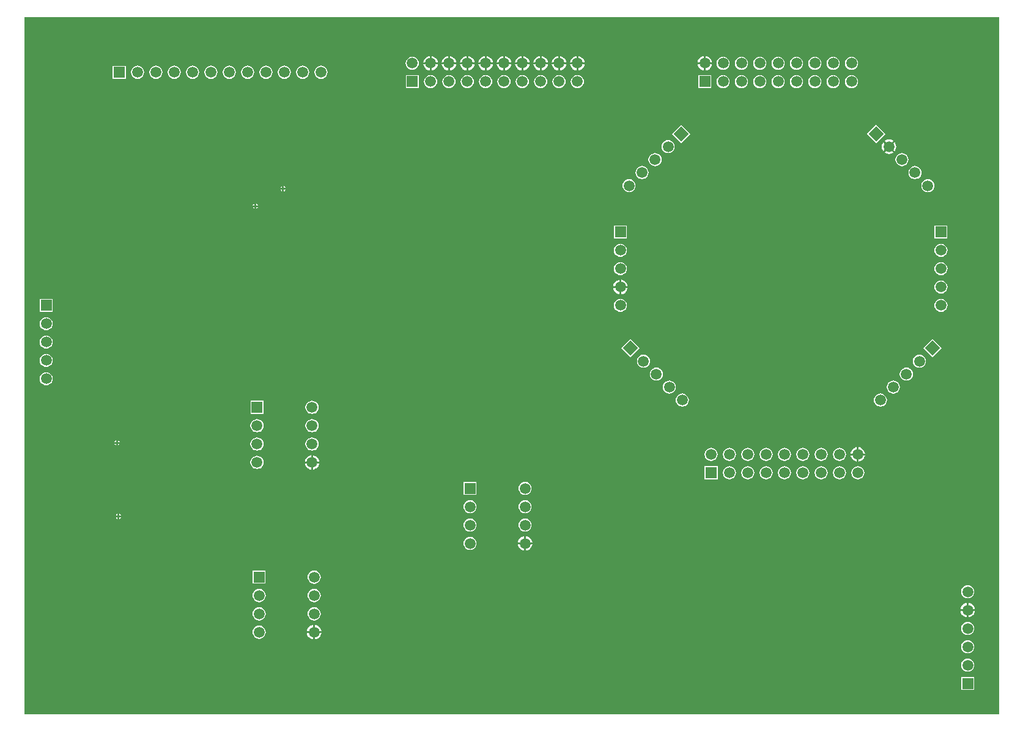
<source format=gbl>
G04*
G04 #@! TF.GenerationSoftware,Altium Limited,Altium Designer,18.0.12 (696)*
G04*
G04 Layer_Physical_Order=4*
G04 Layer_Color=16711680*
%FSLAX23Y23*%
%MOIN*%
G70*
G01*
G75*
%ADD42C,0.059*%
%ADD43R,0.059X0.059*%
%ADD44R,0.059X0.059*%
%ADD45P,0.084X4X360.0*%
%ADD46P,0.084X4X270.0*%
%ADD47C,0.010*%
G36*
X5324Y11D02*
X11D01*
Y3812D01*
X5324D01*
Y11D01*
D02*
G37*
%LPC*%
G36*
X3725Y3600D02*
Y3566D01*
X3759D01*
X3758Y3571D01*
X3754Y3581D01*
X3748Y3589D01*
X3740Y3595D01*
X3730Y3599D01*
X3725Y3600D01*
D02*
G37*
G36*
X3715D02*
X3709Y3599D01*
X3700Y3595D01*
X3691Y3589D01*
X3685Y3581D01*
X3681Y3571D01*
X3680Y3566D01*
X3715D01*
Y3600D01*
D02*
G37*
G36*
X3030D02*
Y3566D01*
X3064D01*
X3064Y3571D01*
X3060Y3581D01*
X3053Y3589D01*
X3045Y3595D01*
X3036Y3599D01*
X3030Y3600D01*
D02*
G37*
G36*
X3020D02*
X3015Y3599D01*
X3005Y3595D01*
X2997Y3589D01*
X2991Y3581D01*
X2987Y3571D01*
X2986Y3566D01*
X3020D01*
Y3600D01*
D02*
G37*
G36*
X2930D02*
Y3566D01*
X2964D01*
X2964Y3571D01*
X2960Y3581D01*
X2953Y3589D01*
X2945Y3595D01*
X2936Y3599D01*
X2930Y3600D01*
D02*
G37*
G36*
X2920D02*
X2915Y3599D01*
X2905Y3595D01*
X2897Y3589D01*
X2891Y3581D01*
X2887Y3571D01*
X2886Y3566D01*
X2920D01*
Y3600D01*
D02*
G37*
G36*
X2830D02*
Y3566D01*
X2864D01*
X2864Y3571D01*
X2860Y3581D01*
X2853Y3589D01*
X2845Y3595D01*
X2836Y3599D01*
X2830Y3600D01*
D02*
G37*
G36*
X2820D02*
X2815Y3599D01*
X2805Y3595D01*
X2797Y3589D01*
X2791Y3581D01*
X2787Y3571D01*
X2786Y3566D01*
X2820D01*
Y3600D01*
D02*
G37*
G36*
X2730D02*
Y3566D01*
X2764D01*
X2764Y3571D01*
X2760Y3581D01*
X2753Y3589D01*
X2745Y3595D01*
X2736Y3599D01*
X2730Y3600D01*
D02*
G37*
G36*
X2720D02*
X2715Y3599D01*
X2705Y3595D01*
X2697Y3589D01*
X2691Y3581D01*
X2687Y3571D01*
X2686Y3566D01*
X2720D01*
Y3600D01*
D02*
G37*
G36*
X2630D02*
Y3566D01*
X2664D01*
X2664Y3571D01*
X2660Y3581D01*
X2653Y3589D01*
X2645Y3595D01*
X2636Y3599D01*
X2630Y3600D01*
D02*
G37*
G36*
X2620D02*
X2615Y3599D01*
X2605Y3595D01*
X2597Y3589D01*
X2591Y3581D01*
X2587Y3571D01*
X2586Y3566D01*
X2620D01*
Y3600D01*
D02*
G37*
G36*
X2530D02*
Y3566D01*
X2564D01*
X2564Y3571D01*
X2560Y3581D01*
X2553Y3589D01*
X2545Y3595D01*
X2536Y3599D01*
X2530Y3600D01*
D02*
G37*
G36*
X2520D02*
X2515Y3599D01*
X2505Y3595D01*
X2497Y3589D01*
X2491Y3581D01*
X2487Y3571D01*
X2486Y3566D01*
X2520D01*
Y3600D01*
D02*
G37*
G36*
X2430D02*
Y3566D01*
X2464D01*
X2464Y3571D01*
X2460Y3581D01*
X2453Y3589D01*
X2445Y3595D01*
X2436Y3599D01*
X2430Y3600D01*
D02*
G37*
G36*
X2420D02*
X2415Y3599D01*
X2405Y3595D01*
X2397Y3589D01*
X2391Y3581D01*
X2387Y3571D01*
X2386Y3566D01*
X2420D01*
Y3600D01*
D02*
G37*
G36*
X2330D02*
Y3566D01*
X2364D01*
X2364Y3571D01*
X2360Y3581D01*
X2353Y3589D01*
X2345Y3595D01*
X2336Y3599D01*
X2330Y3600D01*
D02*
G37*
G36*
X2320D02*
X2315Y3599D01*
X2305Y3595D01*
X2297Y3589D01*
X2291Y3581D01*
X2287Y3571D01*
X2286Y3566D01*
X2320D01*
Y3600D01*
D02*
G37*
G36*
X2230D02*
Y3566D01*
X2264D01*
X2264Y3571D01*
X2260Y3581D01*
X2253Y3589D01*
X2245Y3595D01*
X2236Y3599D01*
X2230Y3600D01*
D02*
G37*
G36*
X2220D02*
X2215Y3599D01*
X2205Y3595D01*
X2197Y3589D01*
X2191Y3581D01*
X2187Y3571D01*
X2186Y3566D01*
X2220D01*
Y3600D01*
D02*
G37*
G36*
X4520Y3596D02*
X4510Y3595D01*
X4502Y3592D01*
X4494Y3586D01*
X4489Y3578D01*
X4485Y3570D01*
X4484Y3561D01*
X4485Y3551D01*
X4489Y3543D01*
X4494Y3535D01*
X4502Y3530D01*
X4510Y3526D01*
X4520Y3525D01*
X4529Y3526D01*
X4538Y3530D01*
X4545Y3535D01*
X4551Y3543D01*
X4554Y3551D01*
X4555Y3561D01*
X4554Y3570D01*
X4551Y3578D01*
X4545Y3586D01*
X4538Y3592D01*
X4529Y3595D01*
X4520Y3596D01*
D02*
G37*
G36*
X4420D02*
X4410Y3595D01*
X4402Y3592D01*
X4394Y3586D01*
X4389Y3578D01*
X4385Y3570D01*
X4384Y3561D01*
X4385Y3551D01*
X4389Y3543D01*
X4394Y3535D01*
X4402Y3530D01*
X4410Y3526D01*
X4420Y3525D01*
X4429Y3526D01*
X4438Y3530D01*
X4445Y3535D01*
X4451Y3543D01*
X4454Y3551D01*
X4455Y3561D01*
X4454Y3570D01*
X4451Y3578D01*
X4445Y3586D01*
X4438Y3592D01*
X4429Y3595D01*
X4420Y3596D01*
D02*
G37*
G36*
X4320D02*
X4310Y3595D01*
X4302Y3592D01*
X4294Y3586D01*
X4289Y3578D01*
X4285Y3570D01*
X4284Y3561D01*
X4285Y3551D01*
X4289Y3543D01*
X4294Y3535D01*
X4302Y3530D01*
X4310Y3526D01*
X4320Y3525D01*
X4329Y3526D01*
X4338Y3530D01*
X4345Y3535D01*
X4351Y3543D01*
X4354Y3551D01*
X4355Y3561D01*
X4354Y3570D01*
X4351Y3578D01*
X4345Y3586D01*
X4338Y3592D01*
X4329Y3595D01*
X4320Y3596D01*
D02*
G37*
G36*
X4220D02*
X4210Y3595D01*
X4202Y3592D01*
X4194Y3586D01*
X4189Y3578D01*
X4185Y3570D01*
X4184Y3561D01*
X4185Y3551D01*
X4189Y3543D01*
X4194Y3535D01*
X4202Y3530D01*
X4210Y3526D01*
X4220Y3525D01*
X4229Y3526D01*
X4238Y3530D01*
X4245Y3535D01*
X4251Y3543D01*
X4254Y3551D01*
X4255Y3561D01*
X4254Y3570D01*
X4251Y3578D01*
X4245Y3586D01*
X4238Y3592D01*
X4229Y3595D01*
X4220Y3596D01*
D02*
G37*
G36*
X4120D02*
X4110Y3595D01*
X4102Y3592D01*
X4094Y3586D01*
X4089Y3578D01*
X4085Y3570D01*
X4084Y3561D01*
X4085Y3551D01*
X4089Y3543D01*
X4094Y3535D01*
X4102Y3530D01*
X4110Y3526D01*
X4120Y3525D01*
X4129Y3526D01*
X4138Y3530D01*
X4145Y3535D01*
X4151Y3543D01*
X4154Y3551D01*
X4155Y3561D01*
X4154Y3570D01*
X4151Y3578D01*
X4145Y3586D01*
X4138Y3592D01*
X4129Y3595D01*
X4120Y3596D01*
D02*
G37*
G36*
X4020D02*
X4010Y3595D01*
X4002Y3592D01*
X3994Y3586D01*
X3989Y3578D01*
X3985Y3570D01*
X3984Y3561D01*
X3985Y3551D01*
X3989Y3543D01*
X3994Y3535D01*
X4002Y3530D01*
X4010Y3526D01*
X4020Y3525D01*
X4029Y3526D01*
X4038Y3530D01*
X4045Y3535D01*
X4051Y3543D01*
X4054Y3551D01*
X4055Y3561D01*
X4054Y3570D01*
X4051Y3578D01*
X4045Y3586D01*
X4038Y3592D01*
X4029Y3595D01*
X4020Y3596D01*
D02*
G37*
G36*
X3920D02*
X3910Y3595D01*
X3902Y3592D01*
X3894Y3586D01*
X3889Y3578D01*
X3885Y3570D01*
X3884Y3561D01*
X3885Y3551D01*
X3889Y3543D01*
X3894Y3535D01*
X3902Y3530D01*
X3910Y3526D01*
X3920Y3525D01*
X3929Y3526D01*
X3938Y3530D01*
X3945Y3535D01*
X3951Y3543D01*
X3954Y3551D01*
X3955Y3561D01*
X3954Y3570D01*
X3951Y3578D01*
X3945Y3586D01*
X3938Y3592D01*
X3929Y3595D01*
X3920Y3596D01*
D02*
G37*
G36*
X3820D02*
X3810Y3595D01*
X3802Y3592D01*
X3794Y3586D01*
X3789Y3578D01*
X3785Y3570D01*
X3784Y3561D01*
X3785Y3551D01*
X3789Y3543D01*
X3794Y3535D01*
X3802Y3530D01*
X3810Y3526D01*
X3820Y3525D01*
X3829Y3526D01*
X3838Y3530D01*
X3845Y3535D01*
X3851Y3543D01*
X3854Y3551D01*
X3855Y3561D01*
X3854Y3570D01*
X3851Y3578D01*
X3845Y3586D01*
X3838Y3592D01*
X3829Y3595D01*
X3820Y3596D01*
D02*
G37*
G36*
X2125D02*
X2116Y3595D01*
X2107Y3592D01*
X2100Y3586D01*
X2094Y3578D01*
X2091Y3570D01*
X2089Y3561D01*
X2091Y3551D01*
X2094Y3543D01*
X2100Y3535D01*
X2107Y3530D01*
X2116Y3526D01*
X2125Y3525D01*
X2134Y3526D01*
X2143Y3530D01*
X2150Y3535D01*
X2156Y3543D01*
X2160Y3551D01*
X2161Y3561D01*
X2160Y3570D01*
X2156Y3578D01*
X2150Y3586D01*
X2143Y3592D01*
X2134Y3595D01*
X2125Y3596D01*
D02*
G37*
G36*
X3759Y3556D02*
X3725D01*
Y3521D01*
X3730Y3522D01*
X3740Y3526D01*
X3748Y3532D01*
X3754Y3541D01*
X3758Y3550D01*
X3759Y3556D01*
D02*
G37*
G36*
X3715D02*
X3680D01*
X3681Y3550D01*
X3685Y3541D01*
X3691Y3532D01*
X3700Y3526D01*
X3709Y3522D01*
X3715Y3521D01*
Y3556D01*
D02*
G37*
G36*
X3064D02*
X3030D01*
Y3521D01*
X3036Y3522D01*
X3045Y3526D01*
X3053Y3532D01*
X3060Y3541D01*
X3064Y3550D01*
X3064Y3556D01*
D02*
G37*
G36*
X3020D02*
X2986D01*
X2987Y3550D01*
X2991Y3541D01*
X2997Y3532D01*
X3005Y3526D01*
X3015Y3522D01*
X3020Y3521D01*
Y3556D01*
D02*
G37*
G36*
X2964D02*
X2930D01*
Y3521D01*
X2936Y3522D01*
X2945Y3526D01*
X2953Y3532D01*
X2960Y3541D01*
X2964Y3550D01*
X2964Y3556D01*
D02*
G37*
G36*
X2920D02*
X2886D01*
X2887Y3550D01*
X2891Y3541D01*
X2897Y3532D01*
X2905Y3526D01*
X2915Y3522D01*
X2920Y3521D01*
Y3556D01*
D02*
G37*
G36*
X2864D02*
X2830D01*
Y3521D01*
X2836Y3522D01*
X2845Y3526D01*
X2853Y3532D01*
X2860Y3541D01*
X2864Y3550D01*
X2864Y3556D01*
D02*
G37*
G36*
X2820D02*
X2786D01*
X2787Y3550D01*
X2791Y3541D01*
X2797Y3532D01*
X2805Y3526D01*
X2815Y3522D01*
X2820Y3521D01*
Y3556D01*
D02*
G37*
G36*
X2764D02*
X2730D01*
Y3521D01*
X2736Y3522D01*
X2745Y3526D01*
X2753Y3532D01*
X2760Y3541D01*
X2764Y3550D01*
X2764Y3556D01*
D02*
G37*
G36*
X2720D02*
X2686D01*
X2687Y3550D01*
X2691Y3541D01*
X2697Y3532D01*
X2705Y3526D01*
X2715Y3522D01*
X2720Y3521D01*
Y3556D01*
D02*
G37*
G36*
X2664D02*
X2630D01*
Y3521D01*
X2636Y3522D01*
X2645Y3526D01*
X2653Y3532D01*
X2660Y3541D01*
X2664Y3550D01*
X2664Y3556D01*
D02*
G37*
G36*
X2620D02*
X2586D01*
X2587Y3550D01*
X2591Y3541D01*
X2597Y3532D01*
X2605Y3526D01*
X2615Y3522D01*
X2620Y3521D01*
Y3556D01*
D02*
G37*
G36*
X2564D02*
X2530D01*
Y3521D01*
X2536Y3522D01*
X2545Y3526D01*
X2553Y3532D01*
X2560Y3541D01*
X2564Y3550D01*
X2564Y3556D01*
D02*
G37*
G36*
X2520D02*
X2486D01*
X2487Y3550D01*
X2491Y3541D01*
X2497Y3532D01*
X2505Y3526D01*
X2515Y3522D01*
X2520Y3521D01*
Y3556D01*
D02*
G37*
G36*
X2464D02*
X2430D01*
Y3521D01*
X2436Y3522D01*
X2445Y3526D01*
X2453Y3532D01*
X2460Y3541D01*
X2464Y3550D01*
X2464Y3556D01*
D02*
G37*
G36*
X2420D02*
X2386D01*
X2387Y3550D01*
X2391Y3541D01*
X2397Y3532D01*
X2405Y3526D01*
X2415Y3522D01*
X2420Y3521D01*
Y3556D01*
D02*
G37*
G36*
X2364D02*
X2330D01*
Y3521D01*
X2336Y3522D01*
X2345Y3526D01*
X2353Y3532D01*
X2360Y3541D01*
X2364Y3550D01*
X2364Y3556D01*
D02*
G37*
G36*
X2320D02*
X2286D01*
X2287Y3550D01*
X2291Y3541D01*
X2297Y3532D01*
X2305Y3526D01*
X2315Y3522D01*
X2320Y3521D01*
Y3556D01*
D02*
G37*
G36*
X2264D02*
X2230D01*
Y3521D01*
X2236Y3522D01*
X2245Y3526D01*
X2253Y3532D01*
X2260Y3541D01*
X2264Y3550D01*
X2264Y3556D01*
D02*
G37*
G36*
X2220D02*
X2186D01*
X2187Y3550D01*
X2191Y3541D01*
X2197Y3532D01*
X2205Y3526D01*
X2215Y3522D01*
X2220Y3521D01*
Y3556D01*
D02*
G37*
G36*
X564Y3547D02*
X493D01*
Y3476D01*
X564D01*
Y3547D01*
D02*
G37*
G36*
X1628Y3548D02*
X1619Y3546D01*
X1610Y3543D01*
X1603Y3537D01*
X1597Y3530D01*
X1594Y3521D01*
X1593Y3512D01*
X1594Y3503D01*
X1597Y3494D01*
X1603Y3487D01*
X1610Y3481D01*
X1619Y3477D01*
X1628Y3476D01*
X1638Y3477D01*
X1646Y3481D01*
X1654Y3487D01*
X1659Y3494D01*
X1663Y3503D01*
X1664Y3512D01*
X1663Y3521D01*
X1659Y3530D01*
X1654Y3537D01*
X1646Y3543D01*
X1638Y3546D01*
X1628Y3548D01*
D02*
G37*
G36*
X1528D02*
X1519Y3546D01*
X1510Y3543D01*
X1503Y3537D01*
X1497Y3530D01*
X1494Y3521D01*
X1493Y3512D01*
X1494Y3503D01*
X1497Y3494D01*
X1503Y3487D01*
X1510Y3481D01*
X1519Y3477D01*
X1528Y3476D01*
X1538Y3477D01*
X1546Y3481D01*
X1554Y3487D01*
X1559Y3494D01*
X1563Y3503D01*
X1564Y3512D01*
X1563Y3521D01*
X1559Y3530D01*
X1554Y3537D01*
X1546Y3543D01*
X1538Y3546D01*
X1528Y3548D01*
D02*
G37*
G36*
X1428D02*
X1419Y3546D01*
X1410Y3543D01*
X1403Y3537D01*
X1397Y3530D01*
X1394Y3521D01*
X1393Y3512D01*
X1394Y3503D01*
X1397Y3494D01*
X1403Y3487D01*
X1410Y3481D01*
X1419Y3477D01*
X1428Y3476D01*
X1438Y3477D01*
X1446Y3481D01*
X1454Y3487D01*
X1459Y3494D01*
X1463Y3503D01*
X1464Y3512D01*
X1463Y3521D01*
X1459Y3530D01*
X1454Y3537D01*
X1446Y3543D01*
X1438Y3546D01*
X1428Y3548D01*
D02*
G37*
G36*
X1328D02*
X1319Y3546D01*
X1310Y3543D01*
X1303Y3537D01*
X1297Y3530D01*
X1294Y3521D01*
X1293Y3512D01*
X1294Y3503D01*
X1297Y3494D01*
X1303Y3487D01*
X1310Y3481D01*
X1319Y3477D01*
X1328Y3476D01*
X1338Y3477D01*
X1346Y3481D01*
X1354Y3487D01*
X1359Y3494D01*
X1363Y3503D01*
X1364Y3512D01*
X1363Y3521D01*
X1359Y3530D01*
X1354Y3537D01*
X1346Y3543D01*
X1338Y3546D01*
X1328Y3548D01*
D02*
G37*
G36*
X1228D02*
X1219Y3546D01*
X1210Y3543D01*
X1203Y3537D01*
X1197Y3530D01*
X1194Y3521D01*
X1193Y3512D01*
X1194Y3503D01*
X1197Y3494D01*
X1203Y3487D01*
X1210Y3481D01*
X1219Y3477D01*
X1228Y3476D01*
X1238Y3477D01*
X1246Y3481D01*
X1254Y3487D01*
X1259Y3494D01*
X1263Y3503D01*
X1264Y3512D01*
X1263Y3521D01*
X1259Y3530D01*
X1254Y3537D01*
X1246Y3543D01*
X1238Y3546D01*
X1228Y3548D01*
D02*
G37*
G36*
X1128D02*
X1119Y3546D01*
X1110Y3543D01*
X1103Y3537D01*
X1097Y3530D01*
X1094Y3521D01*
X1093Y3512D01*
X1094Y3503D01*
X1097Y3494D01*
X1103Y3487D01*
X1110Y3481D01*
X1119Y3477D01*
X1128Y3476D01*
X1138Y3477D01*
X1146Y3481D01*
X1154Y3487D01*
X1159Y3494D01*
X1163Y3503D01*
X1164Y3512D01*
X1163Y3521D01*
X1159Y3530D01*
X1154Y3537D01*
X1146Y3543D01*
X1138Y3546D01*
X1128Y3548D01*
D02*
G37*
G36*
X1028D02*
X1019Y3546D01*
X1010Y3543D01*
X1003Y3537D01*
X997Y3530D01*
X994Y3521D01*
X993Y3512D01*
X994Y3503D01*
X997Y3494D01*
X1003Y3487D01*
X1010Y3481D01*
X1019Y3477D01*
X1028Y3476D01*
X1038Y3477D01*
X1046Y3481D01*
X1054Y3487D01*
X1059Y3494D01*
X1063Y3503D01*
X1064Y3512D01*
X1063Y3521D01*
X1059Y3530D01*
X1054Y3537D01*
X1046Y3543D01*
X1038Y3546D01*
X1028Y3548D01*
D02*
G37*
G36*
X928D02*
X919Y3546D01*
X910Y3543D01*
X903Y3537D01*
X897Y3530D01*
X894Y3521D01*
X893Y3512D01*
X894Y3503D01*
X897Y3494D01*
X903Y3487D01*
X910Y3481D01*
X919Y3477D01*
X928Y3476D01*
X938Y3477D01*
X946Y3481D01*
X954Y3487D01*
X959Y3494D01*
X963Y3503D01*
X964Y3512D01*
X963Y3521D01*
X959Y3530D01*
X954Y3537D01*
X946Y3543D01*
X938Y3546D01*
X928Y3548D01*
D02*
G37*
G36*
X828D02*
X819Y3546D01*
X810Y3543D01*
X803Y3537D01*
X797Y3530D01*
X794Y3521D01*
X793Y3512D01*
X794Y3503D01*
X797Y3494D01*
X803Y3487D01*
X810Y3481D01*
X819Y3477D01*
X828Y3476D01*
X838Y3477D01*
X846Y3481D01*
X854Y3487D01*
X859Y3494D01*
X863Y3503D01*
X864Y3512D01*
X863Y3521D01*
X859Y3530D01*
X854Y3537D01*
X846Y3543D01*
X838Y3546D01*
X828Y3548D01*
D02*
G37*
G36*
X728D02*
X719Y3546D01*
X710Y3543D01*
X703Y3537D01*
X697Y3530D01*
X694Y3521D01*
X693Y3512D01*
X694Y3503D01*
X697Y3494D01*
X703Y3487D01*
X710Y3481D01*
X719Y3477D01*
X728Y3476D01*
X738Y3477D01*
X746Y3481D01*
X754Y3487D01*
X759Y3494D01*
X763Y3503D01*
X764Y3512D01*
X763Y3521D01*
X759Y3530D01*
X754Y3537D01*
X746Y3543D01*
X738Y3546D01*
X728Y3548D01*
D02*
G37*
G36*
X628D02*
X619Y3546D01*
X610Y3543D01*
X603Y3537D01*
X597Y3530D01*
X594Y3521D01*
X593Y3512D01*
X594Y3503D01*
X597Y3494D01*
X603Y3487D01*
X610Y3481D01*
X619Y3477D01*
X628Y3476D01*
X638Y3477D01*
X646Y3481D01*
X654Y3487D01*
X659Y3494D01*
X663Y3503D01*
X664Y3512D01*
X663Y3521D01*
X659Y3530D01*
X654Y3537D01*
X646Y3543D01*
X638Y3546D01*
X628Y3548D01*
D02*
G37*
G36*
X3755Y3496D02*
X3684D01*
Y3425D01*
X3755D01*
Y3496D01*
D02*
G37*
G36*
X2161D02*
X2090D01*
Y3425D01*
X2161D01*
Y3496D01*
D02*
G37*
G36*
X4520Y3496D02*
X4510Y3495D01*
X4502Y3492D01*
X4494Y3486D01*
X4489Y3478D01*
X4485Y3470D01*
X4484Y3461D01*
X4485Y3451D01*
X4489Y3443D01*
X4494Y3435D01*
X4502Y3430D01*
X4510Y3426D01*
X4520Y3425D01*
X4529Y3426D01*
X4538Y3430D01*
X4545Y3435D01*
X4551Y3443D01*
X4554Y3451D01*
X4555Y3461D01*
X4554Y3470D01*
X4551Y3478D01*
X4545Y3486D01*
X4538Y3492D01*
X4529Y3495D01*
X4520Y3496D01*
D02*
G37*
G36*
X4420D02*
X4410Y3495D01*
X4402Y3492D01*
X4394Y3486D01*
X4389Y3478D01*
X4385Y3470D01*
X4384Y3461D01*
X4385Y3451D01*
X4389Y3443D01*
X4394Y3435D01*
X4402Y3430D01*
X4410Y3426D01*
X4420Y3425D01*
X4429Y3426D01*
X4438Y3430D01*
X4445Y3435D01*
X4451Y3443D01*
X4454Y3451D01*
X4455Y3461D01*
X4454Y3470D01*
X4451Y3478D01*
X4445Y3486D01*
X4438Y3492D01*
X4429Y3495D01*
X4420Y3496D01*
D02*
G37*
G36*
X4320D02*
X4310Y3495D01*
X4302Y3492D01*
X4294Y3486D01*
X4289Y3478D01*
X4285Y3470D01*
X4284Y3461D01*
X4285Y3451D01*
X4289Y3443D01*
X4294Y3435D01*
X4302Y3430D01*
X4310Y3426D01*
X4320Y3425D01*
X4329Y3426D01*
X4338Y3430D01*
X4345Y3435D01*
X4351Y3443D01*
X4354Y3451D01*
X4355Y3461D01*
X4354Y3470D01*
X4351Y3478D01*
X4345Y3486D01*
X4338Y3492D01*
X4329Y3495D01*
X4320Y3496D01*
D02*
G37*
G36*
X4220D02*
X4210Y3495D01*
X4202Y3492D01*
X4194Y3486D01*
X4189Y3478D01*
X4185Y3470D01*
X4184Y3461D01*
X4185Y3451D01*
X4189Y3443D01*
X4194Y3435D01*
X4202Y3430D01*
X4210Y3426D01*
X4220Y3425D01*
X4229Y3426D01*
X4238Y3430D01*
X4245Y3435D01*
X4251Y3443D01*
X4254Y3451D01*
X4255Y3461D01*
X4254Y3470D01*
X4251Y3478D01*
X4245Y3486D01*
X4238Y3492D01*
X4229Y3495D01*
X4220Y3496D01*
D02*
G37*
G36*
X4120D02*
X4110Y3495D01*
X4102Y3492D01*
X4094Y3486D01*
X4089Y3478D01*
X4085Y3470D01*
X4084Y3461D01*
X4085Y3451D01*
X4089Y3443D01*
X4094Y3435D01*
X4102Y3430D01*
X4110Y3426D01*
X4120Y3425D01*
X4129Y3426D01*
X4138Y3430D01*
X4145Y3435D01*
X4151Y3443D01*
X4154Y3451D01*
X4155Y3461D01*
X4154Y3470D01*
X4151Y3478D01*
X4145Y3486D01*
X4138Y3492D01*
X4129Y3495D01*
X4120Y3496D01*
D02*
G37*
G36*
X4020D02*
X4010Y3495D01*
X4002Y3492D01*
X3994Y3486D01*
X3989Y3478D01*
X3985Y3470D01*
X3984Y3461D01*
X3985Y3451D01*
X3989Y3443D01*
X3994Y3435D01*
X4002Y3430D01*
X4010Y3426D01*
X4020Y3425D01*
X4029Y3426D01*
X4038Y3430D01*
X4045Y3435D01*
X4051Y3443D01*
X4054Y3451D01*
X4055Y3461D01*
X4054Y3470D01*
X4051Y3478D01*
X4045Y3486D01*
X4038Y3492D01*
X4029Y3495D01*
X4020Y3496D01*
D02*
G37*
G36*
X3920D02*
X3910Y3495D01*
X3902Y3492D01*
X3894Y3486D01*
X3889Y3478D01*
X3885Y3470D01*
X3884Y3461D01*
X3885Y3451D01*
X3889Y3443D01*
X3894Y3435D01*
X3902Y3430D01*
X3910Y3426D01*
X3920Y3425D01*
X3929Y3426D01*
X3938Y3430D01*
X3945Y3435D01*
X3951Y3443D01*
X3954Y3451D01*
X3955Y3461D01*
X3954Y3470D01*
X3951Y3478D01*
X3945Y3486D01*
X3938Y3492D01*
X3929Y3495D01*
X3920Y3496D01*
D02*
G37*
G36*
X3820D02*
X3810Y3495D01*
X3802Y3492D01*
X3794Y3486D01*
X3789Y3478D01*
X3785Y3470D01*
X3784Y3461D01*
X3785Y3451D01*
X3789Y3443D01*
X3794Y3435D01*
X3802Y3430D01*
X3810Y3426D01*
X3820Y3425D01*
X3829Y3426D01*
X3838Y3430D01*
X3845Y3435D01*
X3851Y3443D01*
X3854Y3451D01*
X3855Y3461D01*
X3854Y3470D01*
X3851Y3478D01*
X3845Y3486D01*
X3838Y3492D01*
X3829Y3495D01*
X3820Y3496D01*
D02*
G37*
G36*
X3025D02*
X3016Y3495D01*
X3007Y3492D01*
X3000Y3486D01*
X2994Y3478D01*
X2991Y3470D01*
X2989Y3461D01*
X2991Y3451D01*
X2994Y3443D01*
X3000Y3435D01*
X3007Y3430D01*
X3016Y3426D01*
X3025Y3425D01*
X3034Y3426D01*
X3043Y3430D01*
X3050Y3435D01*
X3056Y3443D01*
X3060Y3451D01*
X3061Y3461D01*
X3060Y3470D01*
X3056Y3478D01*
X3050Y3486D01*
X3043Y3492D01*
X3034Y3495D01*
X3025Y3496D01*
D02*
G37*
G36*
X2925D02*
X2916Y3495D01*
X2907Y3492D01*
X2900Y3486D01*
X2894Y3478D01*
X2891Y3470D01*
X2889Y3461D01*
X2891Y3451D01*
X2894Y3443D01*
X2900Y3435D01*
X2907Y3430D01*
X2916Y3426D01*
X2925Y3425D01*
X2934Y3426D01*
X2943Y3430D01*
X2950Y3435D01*
X2956Y3443D01*
X2960Y3451D01*
X2961Y3461D01*
X2960Y3470D01*
X2956Y3478D01*
X2950Y3486D01*
X2943Y3492D01*
X2934Y3495D01*
X2925Y3496D01*
D02*
G37*
G36*
X2825D02*
X2816Y3495D01*
X2807Y3492D01*
X2800Y3486D01*
X2794Y3478D01*
X2791Y3470D01*
X2789Y3461D01*
X2791Y3451D01*
X2794Y3443D01*
X2800Y3435D01*
X2807Y3430D01*
X2816Y3426D01*
X2825Y3425D01*
X2834Y3426D01*
X2843Y3430D01*
X2850Y3435D01*
X2856Y3443D01*
X2860Y3451D01*
X2861Y3461D01*
X2860Y3470D01*
X2856Y3478D01*
X2850Y3486D01*
X2843Y3492D01*
X2834Y3495D01*
X2825Y3496D01*
D02*
G37*
G36*
X2725D02*
X2716Y3495D01*
X2707Y3492D01*
X2700Y3486D01*
X2694Y3478D01*
X2691Y3470D01*
X2689Y3461D01*
X2691Y3451D01*
X2694Y3443D01*
X2700Y3435D01*
X2707Y3430D01*
X2716Y3426D01*
X2725Y3425D01*
X2734Y3426D01*
X2743Y3430D01*
X2750Y3435D01*
X2756Y3443D01*
X2760Y3451D01*
X2761Y3461D01*
X2760Y3470D01*
X2756Y3478D01*
X2750Y3486D01*
X2743Y3492D01*
X2734Y3495D01*
X2725Y3496D01*
D02*
G37*
G36*
X2625D02*
X2616Y3495D01*
X2607Y3492D01*
X2600Y3486D01*
X2594Y3478D01*
X2591Y3470D01*
X2589Y3461D01*
X2591Y3451D01*
X2594Y3443D01*
X2600Y3435D01*
X2607Y3430D01*
X2616Y3426D01*
X2625Y3425D01*
X2634Y3426D01*
X2643Y3430D01*
X2650Y3435D01*
X2656Y3443D01*
X2660Y3451D01*
X2661Y3461D01*
X2660Y3470D01*
X2656Y3478D01*
X2650Y3486D01*
X2643Y3492D01*
X2634Y3495D01*
X2625Y3496D01*
D02*
G37*
G36*
X2525D02*
X2516Y3495D01*
X2507Y3492D01*
X2500Y3486D01*
X2494Y3478D01*
X2491Y3470D01*
X2489Y3461D01*
X2491Y3451D01*
X2494Y3443D01*
X2500Y3435D01*
X2507Y3430D01*
X2516Y3426D01*
X2525Y3425D01*
X2534Y3426D01*
X2543Y3430D01*
X2550Y3435D01*
X2556Y3443D01*
X2560Y3451D01*
X2561Y3461D01*
X2560Y3470D01*
X2556Y3478D01*
X2550Y3486D01*
X2543Y3492D01*
X2534Y3495D01*
X2525Y3496D01*
D02*
G37*
G36*
X2425D02*
X2416Y3495D01*
X2407Y3492D01*
X2400Y3486D01*
X2394Y3478D01*
X2391Y3470D01*
X2389Y3461D01*
X2391Y3451D01*
X2394Y3443D01*
X2400Y3435D01*
X2407Y3430D01*
X2416Y3426D01*
X2425Y3425D01*
X2434Y3426D01*
X2443Y3430D01*
X2450Y3435D01*
X2456Y3443D01*
X2460Y3451D01*
X2461Y3461D01*
X2460Y3470D01*
X2456Y3478D01*
X2450Y3486D01*
X2443Y3492D01*
X2434Y3495D01*
X2425Y3496D01*
D02*
G37*
G36*
X2325D02*
X2316Y3495D01*
X2307Y3492D01*
X2300Y3486D01*
X2294Y3478D01*
X2291Y3470D01*
X2289Y3461D01*
X2291Y3451D01*
X2294Y3443D01*
X2300Y3435D01*
X2307Y3430D01*
X2316Y3426D01*
X2325Y3425D01*
X2334Y3426D01*
X2343Y3430D01*
X2350Y3435D01*
X2356Y3443D01*
X2360Y3451D01*
X2361Y3461D01*
X2360Y3470D01*
X2356Y3478D01*
X2350Y3486D01*
X2343Y3492D01*
X2334Y3495D01*
X2325Y3496D01*
D02*
G37*
G36*
X2225D02*
X2216Y3495D01*
X2207Y3492D01*
X2200Y3486D01*
X2194Y3478D01*
X2191Y3470D01*
X2189Y3461D01*
X2191Y3451D01*
X2194Y3443D01*
X2200Y3435D01*
X2207Y3430D01*
X2216Y3426D01*
X2225Y3425D01*
X2234Y3426D01*
X2243Y3430D01*
X2250Y3435D01*
X2256Y3443D01*
X2260Y3451D01*
X2261Y3461D01*
X2260Y3470D01*
X2256Y3478D01*
X2250Y3486D01*
X2243Y3492D01*
X2234Y3495D01*
X2225Y3496D01*
D02*
G37*
G36*
X4654Y3227D02*
X4603Y3177D01*
X4654Y3127D01*
X4704Y3177D01*
X4654Y3227D01*
D02*
G37*
G36*
X3591D02*
X3540Y3177D01*
X3591Y3127D01*
X3641Y3177D01*
X3591Y3227D01*
D02*
G37*
G36*
X4724Y3146D02*
X4714Y3145D01*
X4704Y3141D01*
X4700Y3138D01*
X4724Y3114D01*
X4748Y3138D01*
X4744Y3141D01*
X4735Y3145D01*
X4724Y3146D01*
D02*
G37*
G36*
X4693Y3131D02*
X4690Y3126D01*
X4686Y3117D01*
X4684Y3106D01*
X4686Y3096D01*
X4690Y3087D01*
X4693Y3082D01*
X4717Y3106D01*
X4693Y3131D01*
D02*
G37*
G36*
X4756D02*
X4731Y3106D01*
X4756Y3082D01*
X4759Y3087D01*
X4763Y3096D01*
X4764Y3106D01*
X4763Y3117D01*
X4759Y3126D01*
X4756Y3131D01*
D02*
G37*
G36*
X3520Y3142D02*
X3511Y3141D01*
X3502Y3137D01*
X3495Y3132D01*
X3489Y3124D01*
X3485Y3116D01*
X3484Y3106D01*
X3485Y3097D01*
X3489Y3089D01*
X3495Y3081D01*
X3502Y3076D01*
X3511Y3072D01*
X3520Y3071D01*
X3529Y3072D01*
X3538Y3076D01*
X3545Y3081D01*
X3551Y3089D01*
X3554Y3097D01*
X3556Y3106D01*
X3554Y3116D01*
X3551Y3124D01*
X3545Y3132D01*
X3538Y3137D01*
X3529Y3141D01*
X3520Y3142D01*
D02*
G37*
G36*
X4724Y3099D02*
X4700Y3075D01*
X4704Y3072D01*
X4714Y3068D01*
X4724Y3067D01*
X4735Y3068D01*
X4744Y3072D01*
X4748Y3075D01*
X4724Y3099D01*
D02*
G37*
G36*
X4795Y3071D02*
X4786Y3070D01*
X4777Y3067D01*
X4770Y3061D01*
X4764Y3054D01*
X4760Y3045D01*
X4759Y3036D01*
X4760Y3026D01*
X4764Y3018D01*
X4770Y3010D01*
X4777Y3005D01*
X4786Y3001D01*
X4795Y3000D01*
X4804Y3001D01*
X4813Y3005D01*
X4820Y3010D01*
X4826Y3018D01*
X4829Y3026D01*
X4831Y3036D01*
X4829Y3045D01*
X4826Y3054D01*
X4820Y3061D01*
X4813Y3067D01*
X4804Y3070D01*
X4795Y3071D01*
D02*
G37*
G36*
X3449Y3071D02*
X3440Y3070D01*
X3431Y3067D01*
X3424Y3061D01*
X3418Y3054D01*
X3415Y3045D01*
X3413Y3036D01*
X3415Y3026D01*
X3418Y3018D01*
X3424Y3010D01*
X3431Y3005D01*
X3440Y3001D01*
X3449Y3000D01*
X3458Y3001D01*
X3467Y3005D01*
X3474Y3010D01*
X3480Y3018D01*
X3484Y3026D01*
X3485Y3036D01*
X3484Y3045D01*
X3480Y3054D01*
X3474Y3061D01*
X3467Y3067D01*
X3458Y3070D01*
X3449Y3071D01*
D02*
G37*
G36*
X4866Y3001D02*
X4856Y3000D01*
X4848Y2996D01*
X4840Y2990D01*
X4835Y2983D01*
X4831Y2974D01*
X4830Y2965D01*
X4831Y2956D01*
X4835Y2947D01*
X4840Y2940D01*
X4848Y2934D01*
X4856Y2931D01*
X4866Y2929D01*
X4875Y2931D01*
X4884Y2934D01*
X4891Y2940D01*
X4897Y2947D01*
X4900Y2956D01*
X4901Y2965D01*
X4900Y2974D01*
X4897Y2983D01*
X4891Y2990D01*
X4884Y2996D01*
X4875Y3000D01*
X4866Y3001D01*
D02*
G37*
G36*
X3378D02*
X3369Y3000D01*
X3361Y2996D01*
X3353Y2990D01*
X3347Y2983D01*
X3344Y2974D01*
X3343Y2965D01*
X3344Y2956D01*
X3347Y2947D01*
X3353Y2940D01*
X3361Y2934D01*
X3369Y2931D01*
X3378Y2929D01*
X3388Y2931D01*
X3396Y2934D01*
X3404Y2940D01*
X3409Y2947D01*
X3413Y2956D01*
X3414Y2965D01*
X3413Y2974D01*
X3409Y2983D01*
X3404Y2990D01*
X3396Y2996D01*
X3388Y3000D01*
X3378Y3001D01*
D02*
G37*
G36*
X1426Y2892D02*
Y2883D01*
X1435D01*
X1435Y2884D01*
X1432Y2889D01*
X1427Y2892D01*
X1426Y2892D01*
D02*
G37*
G36*
X1416D02*
X1415Y2892D01*
X1411Y2889D01*
X1407Y2884D01*
X1407Y2883D01*
X1416D01*
Y2892D01*
D02*
G37*
G36*
X1435Y2873D02*
X1426D01*
Y2864D01*
X1427Y2864D01*
X1432Y2867D01*
X1435Y2872D01*
X1435Y2873D01*
D02*
G37*
G36*
X1416D02*
X1407D01*
X1407Y2872D01*
X1411Y2867D01*
X1415Y2864D01*
X1416Y2864D01*
Y2873D01*
D02*
G37*
G36*
X4936Y2930D02*
X4927Y2929D01*
X4919Y2925D01*
X4911Y2920D01*
X4905Y2912D01*
X4902Y2904D01*
X4901Y2894D01*
X4902Y2885D01*
X4905Y2876D01*
X4911Y2869D01*
X4919Y2863D01*
X4927Y2860D01*
X4936Y2859D01*
X4946Y2860D01*
X4954Y2863D01*
X4962Y2869D01*
X4967Y2876D01*
X4971Y2885D01*
X4972Y2894D01*
X4971Y2904D01*
X4967Y2912D01*
X4962Y2920D01*
X4954Y2925D01*
X4946Y2929D01*
X4936Y2930D01*
D02*
G37*
G36*
X3308Y2930D02*
X3298Y2929D01*
X3290Y2925D01*
X3282Y2920D01*
X3277Y2912D01*
X3273Y2904D01*
X3272Y2894D01*
X3273Y2885D01*
X3277Y2876D01*
X3282Y2869D01*
X3290Y2863D01*
X3298Y2860D01*
X3308Y2859D01*
X3317Y2860D01*
X3326Y2863D01*
X3333Y2869D01*
X3339Y2876D01*
X3342Y2885D01*
X3343Y2894D01*
X3342Y2904D01*
X3339Y2912D01*
X3333Y2920D01*
X3326Y2925D01*
X3317Y2929D01*
X3308Y2930D01*
D02*
G37*
G36*
X1275Y2797D02*
Y2787D01*
X1285D01*
X1285Y2788D01*
X1281Y2793D01*
X1276Y2796D01*
X1275Y2797D01*
D02*
G37*
G36*
X1265D02*
X1265Y2796D01*
X1260Y2793D01*
X1256Y2788D01*
X1256Y2787D01*
X1265D01*
Y2797D01*
D02*
G37*
G36*
X1285Y2777D02*
X1275D01*
Y2768D01*
X1276Y2768D01*
X1281Y2772D01*
X1285Y2776D01*
X1285Y2777D01*
D02*
G37*
G36*
X1265D02*
X1256D01*
X1256Y2776D01*
X1260Y2772D01*
X1265Y2768D01*
X1265Y2768D01*
Y2777D01*
D02*
G37*
G36*
X5043Y2677D02*
X4972D01*
Y2606D01*
X5043D01*
Y2677D01*
D02*
G37*
G36*
X3295D02*
X3224D01*
Y2606D01*
X3295D01*
Y2677D01*
D02*
G37*
G36*
X5008Y2577D02*
X4999Y2576D01*
X4990Y2573D01*
X4983Y2567D01*
X4977Y2560D01*
X4973Y2551D01*
X4972Y2542D01*
X4973Y2532D01*
X4977Y2524D01*
X4983Y2516D01*
X4990Y2511D01*
X4999Y2507D01*
X5008Y2506D01*
X5017Y2507D01*
X5026Y2511D01*
X5033Y2516D01*
X5039Y2524D01*
X5042Y2532D01*
X5044Y2542D01*
X5042Y2551D01*
X5039Y2560D01*
X5033Y2567D01*
X5026Y2573D01*
X5017Y2576D01*
X5008Y2577D01*
D02*
G37*
G36*
X3260D02*
X3251Y2576D01*
X3242Y2573D01*
X3235Y2567D01*
X3229Y2560D01*
X3225Y2551D01*
X3224Y2542D01*
X3225Y2532D01*
X3229Y2524D01*
X3235Y2516D01*
X3242Y2511D01*
X3251Y2507D01*
X3260Y2506D01*
X3269Y2507D01*
X3278Y2511D01*
X3285Y2516D01*
X3291Y2524D01*
X3294Y2532D01*
X3296Y2542D01*
X3294Y2551D01*
X3291Y2560D01*
X3285Y2567D01*
X3278Y2573D01*
X3269Y2576D01*
X3260Y2577D01*
D02*
G37*
G36*
X5008Y2477D02*
X4999Y2476D01*
X4990Y2473D01*
X4983Y2467D01*
X4977Y2460D01*
X4973Y2451D01*
X4972Y2442D01*
X4973Y2432D01*
X4977Y2424D01*
X4983Y2416D01*
X4990Y2411D01*
X4999Y2407D01*
X5008Y2406D01*
X5017Y2407D01*
X5026Y2411D01*
X5033Y2416D01*
X5039Y2424D01*
X5042Y2432D01*
X5044Y2442D01*
X5042Y2451D01*
X5039Y2460D01*
X5033Y2467D01*
X5026Y2473D01*
X5017Y2476D01*
X5008Y2477D01*
D02*
G37*
G36*
X3260D02*
X3251Y2476D01*
X3242Y2473D01*
X3235Y2467D01*
X3229Y2460D01*
X3225Y2451D01*
X3224Y2442D01*
X3225Y2432D01*
X3229Y2424D01*
X3235Y2416D01*
X3242Y2411D01*
X3251Y2407D01*
X3260Y2406D01*
X3269Y2407D01*
X3278Y2411D01*
X3285Y2416D01*
X3291Y2424D01*
X3294Y2432D01*
X3296Y2442D01*
X3294Y2451D01*
X3291Y2460D01*
X3285Y2467D01*
X3278Y2473D01*
X3269Y2476D01*
X3260Y2477D01*
D02*
G37*
G36*
X3265Y2381D02*
Y2347D01*
X3299D01*
X3298Y2352D01*
X3294Y2362D01*
X3288Y2370D01*
X3280Y2376D01*
X3270Y2380D01*
X3265Y2381D01*
D02*
G37*
G36*
X3255D02*
X3250Y2380D01*
X3240Y2376D01*
X3232Y2370D01*
X3225Y2362D01*
X3221Y2352D01*
X3221Y2347D01*
X3255D01*
Y2381D01*
D02*
G37*
G36*
X5008Y2377D02*
X4999Y2376D01*
X4990Y2373D01*
X4983Y2367D01*
X4977Y2360D01*
X4973Y2351D01*
X4972Y2342D01*
X4973Y2332D01*
X4977Y2324D01*
X4983Y2316D01*
X4990Y2311D01*
X4999Y2307D01*
X5008Y2306D01*
X5017Y2307D01*
X5026Y2311D01*
X5033Y2316D01*
X5039Y2324D01*
X5042Y2332D01*
X5044Y2342D01*
X5042Y2351D01*
X5039Y2360D01*
X5033Y2367D01*
X5026Y2373D01*
X5017Y2376D01*
X5008Y2377D01*
D02*
G37*
G36*
X3299Y2337D02*
X3265D01*
Y2303D01*
X3270Y2303D01*
X3280Y2307D01*
X3288Y2314D01*
X3294Y2322D01*
X3298Y2331D01*
X3299Y2337D01*
D02*
G37*
G36*
X3255D02*
X3221D01*
X3221Y2331D01*
X3225Y2322D01*
X3232Y2314D01*
X3240Y2307D01*
X3250Y2303D01*
X3255Y2303D01*
Y2337D01*
D02*
G37*
G36*
X165Y2277D02*
X94D01*
Y2206D01*
X165D01*
Y2277D01*
D02*
G37*
G36*
X5008Y2277D02*
X4999Y2276D01*
X4990Y2273D01*
X4983Y2267D01*
X4977Y2260D01*
X4973Y2251D01*
X4972Y2242D01*
X4973Y2232D01*
X4977Y2224D01*
X4983Y2216D01*
X4990Y2211D01*
X4999Y2207D01*
X5008Y2206D01*
X5017Y2207D01*
X5026Y2211D01*
X5033Y2216D01*
X5039Y2224D01*
X5042Y2232D01*
X5044Y2242D01*
X5042Y2251D01*
X5039Y2260D01*
X5033Y2267D01*
X5026Y2273D01*
X5017Y2276D01*
X5008Y2277D01*
D02*
G37*
G36*
X3260D02*
X3251Y2276D01*
X3242Y2273D01*
X3235Y2267D01*
X3229Y2260D01*
X3225Y2251D01*
X3224Y2242D01*
X3225Y2232D01*
X3229Y2224D01*
X3235Y2216D01*
X3242Y2211D01*
X3251Y2207D01*
X3260Y2206D01*
X3269Y2207D01*
X3278Y2211D01*
X3285Y2216D01*
X3291Y2224D01*
X3294Y2232D01*
X3296Y2242D01*
X3294Y2251D01*
X3291Y2260D01*
X3285Y2267D01*
X3278Y2273D01*
X3269Y2276D01*
X3260Y2277D01*
D02*
G37*
G36*
X130Y2177D02*
X121Y2176D01*
X112Y2173D01*
X105Y2167D01*
X99Y2160D01*
X95Y2151D01*
X94Y2142D01*
X95Y2132D01*
X99Y2124D01*
X105Y2116D01*
X112Y2111D01*
X121Y2107D01*
X130Y2106D01*
X139Y2107D01*
X148Y2111D01*
X155Y2116D01*
X161Y2124D01*
X164Y2132D01*
X166Y2142D01*
X164Y2151D01*
X161Y2160D01*
X155Y2167D01*
X148Y2173D01*
X139Y2176D01*
X130Y2177D01*
D02*
G37*
G36*
Y2077D02*
X121Y2076D01*
X112Y2073D01*
X105Y2067D01*
X99Y2060D01*
X95Y2051D01*
X94Y2042D01*
X95Y2032D01*
X99Y2024D01*
X105Y2016D01*
X112Y2011D01*
X121Y2007D01*
X130Y2006D01*
X139Y2007D01*
X148Y2011D01*
X155Y2016D01*
X161Y2024D01*
X164Y2032D01*
X166Y2042D01*
X164Y2051D01*
X161Y2060D01*
X155Y2067D01*
X148Y2073D01*
X139Y2076D01*
X130Y2077D01*
D02*
G37*
G36*
X4961Y2058D02*
X4911Y2008D01*
X4961Y1958D01*
X5011Y2008D01*
X4961Y2058D01*
D02*
G37*
G36*
X3315D02*
X3265Y2008D01*
X3315Y1958D01*
X3365Y2008D01*
X3315Y2058D01*
D02*
G37*
G36*
X130Y1977D02*
X121Y1976D01*
X112Y1973D01*
X105Y1967D01*
X99Y1960D01*
X95Y1951D01*
X94Y1942D01*
X95Y1932D01*
X99Y1924D01*
X105Y1916D01*
X112Y1911D01*
X121Y1907D01*
X130Y1906D01*
X139Y1907D01*
X148Y1911D01*
X155Y1916D01*
X161Y1924D01*
X164Y1932D01*
X166Y1942D01*
X164Y1951D01*
X161Y1960D01*
X155Y1967D01*
X148Y1973D01*
X139Y1976D01*
X130Y1977D01*
D02*
G37*
G36*
X4890Y1973D02*
X4881Y1972D01*
X4872Y1968D01*
X4865Y1962D01*
X4859Y1955D01*
X4855Y1946D01*
X4854Y1937D01*
X4855Y1928D01*
X4859Y1919D01*
X4865Y1912D01*
X4872Y1906D01*
X4881Y1903D01*
X4890Y1901D01*
X4899Y1903D01*
X4908Y1906D01*
X4915Y1912D01*
X4921Y1919D01*
X4924Y1928D01*
X4926Y1937D01*
X4924Y1946D01*
X4921Y1955D01*
X4915Y1962D01*
X4908Y1968D01*
X4899Y1972D01*
X4890Y1973D01*
D02*
G37*
G36*
X3386D02*
X3376Y1972D01*
X3368Y1968D01*
X3360Y1962D01*
X3355Y1955D01*
X3351Y1946D01*
X3350Y1937D01*
X3351Y1928D01*
X3355Y1919D01*
X3360Y1912D01*
X3368Y1906D01*
X3376Y1903D01*
X3386Y1901D01*
X3395Y1903D01*
X3404Y1906D01*
X3411Y1912D01*
X3417Y1919D01*
X3420Y1928D01*
X3421Y1937D01*
X3420Y1946D01*
X3417Y1955D01*
X3411Y1962D01*
X3404Y1968D01*
X3395Y1972D01*
X3386Y1973D01*
D02*
G37*
G36*
X4819Y1902D02*
X4810Y1901D01*
X4801Y1897D01*
X4794Y1892D01*
X4788Y1884D01*
X4785Y1876D01*
X4783Y1866D01*
X4785Y1857D01*
X4788Y1849D01*
X4794Y1841D01*
X4801Y1836D01*
X4810Y1832D01*
X4819Y1831D01*
X4828Y1832D01*
X4837Y1836D01*
X4844Y1841D01*
X4850Y1849D01*
X4854Y1857D01*
X4855Y1866D01*
X4854Y1876D01*
X4850Y1884D01*
X4844Y1892D01*
X4837Y1897D01*
X4828Y1901D01*
X4819Y1902D01*
D02*
G37*
G36*
X3456D02*
X3447Y1901D01*
X3439Y1897D01*
X3431Y1892D01*
X3425Y1884D01*
X3422Y1876D01*
X3421Y1866D01*
X3422Y1857D01*
X3425Y1849D01*
X3431Y1841D01*
X3439Y1836D01*
X3447Y1832D01*
X3456Y1831D01*
X3466Y1832D01*
X3474Y1836D01*
X3482Y1841D01*
X3487Y1849D01*
X3491Y1857D01*
X3492Y1866D01*
X3491Y1876D01*
X3487Y1884D01*
X3482Y1892D01*
X3474Y1897D01*
X3466Y1901D01*
X3456Y1902D01*
D02*
G37*
G36*
X130Y1877D02*
X121Y1876D01*
X112Y1873D01*
X105Y1867D01*
X99Y1860D01*
X95Y1851D01*
X94Y1842D01*
X95Y1832D01*
X99Y1824D01*
X105Y1816D01*
X112Y1811D01*
X121Y1807D01*
X130Y1806D01*
X139Y1807D01*
X148Y1811D01*
X155Y1816D01*
X161Y1824D01*
X164Y1832D01*
X166Y1842D01*
X164Y1851D01*
X161Y1860D01*
X155Y1867D01*
X148Y1873D01*
X139Y1876D01*
X130Y1877D01*
D02*
G37*
G36*
X4748Y1831D02*
X4739Y1830D01*
X4731Y1827D01*
X4723Y1821D01*
X4718Y1814D01*
X4714Y1805D01*
X4713Y1796D01*
X4714Y1786D01*
X4718Y1778D01*
X4723Y1770D01*
X4731Y1765D01*
X4739Y1761D01*
X4748Y1760D01*
X4758Y1761D01*
X4766Y1765D01*
X4774Y1770D01*
X4779Y1778D01*
X4783Y1786D01*
X4784Y1796D01*
X4783Y1805D01*
X4779Y1814D01*
X4774Y1821D01*
X4766Y1827D01*
X4758Y1830D01*
X4748Y1831D01*
D02*
G37*
G36*
X3527D02*
X3518Y1830D01*
X3509Y1827D01*
X3502Y1821D01*
X3496Y1814D01*
X3493Y1805D01*
X3491Y1796D01*
X3493Y1786D01*
X3496Y1778D01*
X3502Y1770D01*
X3509Y1765D01*
X3518Y1761D01*
X3527Y1760D01*
X3536Y1761D01*
X3545Y1765D01*
X3552Y1770D01*
X3558Y1778D01*
X3562Y1786D01*
X3563Y1796D01*
X3562Y1805D01*
X3558Y1814D01*
X3552Y1821D01*
X3545Y1827D01*
X3536Y1830D01*
X3527Y1831D01*
D02*
G37*
G36*
X4678Y1761D02*
X4669Y1760D01*
X4660Y1756D01*
X4653Y1750D01*
X4647Y1743D01*
X4643Y1734D01*
X4642Y1725D01*
X4643Y1716D01*
X4647Y1707D01*
X4653Y1700D01*
X4660Y1694D01*
X4669Y1691D01*
X4678Y1689D01*
X4687Y1691D01*
X4696Y1694D01*
X4703Y1700D01*
X4709Y1707D01*
X4712Y1716D01*
X4714Y1725D01*
X4712Y1734D01*
X4709Y1743D01*
X4703Y1750D01*
X4696Y1756D01*
X4687Y1760D01*
X4678Y1761D01*
D02*
G37*
G36*
X3598D02*
X3589Y1760D01*
X3580Y1756D01*
X3573Y1750D01*
X3567Y1743D01*
X3563Y1734D01*
X3562Y1725D01*
X3563Y1716D01*
X3567Y1707D01*
X3573Y1700D01*
X3580Y1694D01*
X3589Y1691D01*
X3598Y1689D01*
X3607Y1691D01*
X3616Y1694D01*
X3623Y1700D01*
X3629Y1707D01*
X3632Y1716D01*
X3634Y1725D01*
X3632Y1734D01*
X3629Y1743D01*
X3623Y1750D01*
X3616Y1756D01*
X3607Y1760D01*
X3598Y1761D01*
D02*
G37*
G36*
X1315Y1721D02*
X1244D01*
Y1650D01*
X1315D01*
Y1721D01*
D02*
G37*
G36*
X1579Y1721D02*
X1570Y1720D01*
X1561Y1716D01*
X1554Y1711D01*
X1548Y1703D01*
X1545Y1695D01*
X1543Y1685D01*
X1545Y1676D01*
X1548Y1668D01*
X1554Y1660D01*
X1561Y1654D01*
X1570Y1651D01*
X1579Y1650D01*
X1588Y1651D01*
X1597Y1654D01*
X1604Y1660D01*
X1610Y1668D01*
X1614Y1676D01*
X1615Y1685D01*
X1614Y1695D01*
X1610Y1703D01*
X1604Y1711D01*
X1597Y1716D01*
X1588Y1720D01*
X1579Y1721D01*
D02*
G37*
G36*
Y1621D02*
X1570Y1620D01*
X1561Y1616D01*
X1554Y1611D01*
X1548Y1603D01*
X1545Y1595D01*
X1543Y1585D01*
X1545Y1576D01*
X1548Y1568D01*
X1554Y1560D01*
X1561Y1554D01*
X1570Y1551D01*
X1579Y1550D01*
X1588Y1551D01*
X1597Y1554D01*
X1604Y1560D01*
X1610Y1568D01*
X1614Y1576D01*
X1615Y1585D01*
X1614Y1595D01*
X1610Y1603D01*
X1604Y1611D01*
X1597Y1616D01*
X1588Y1620D01*
X1579Y1621D01*
D02*
G37*
G36*
X1279D02*
X1270Y1620D01*
X1261Y1616D01*
X1254Y1611D01*
X1248Y1603D01*
X1245Y1595D01*
X1243Y1585D01*
X1245Y1576D01*
X1248Y1568D01*
X1254Y1560D01*
X1261Y1554D01*
X1270Y1551D01*
X1279Y1550D01*
X1288Y1551D01*
X1297Y1554D01*
X1304Y1560D01*
X1310Y1568D01*
X1314Y1576D01*
X1315Y1585D01*
X1314Y1595D01*
X1310Y1603D01*
X1304Y1611D01*
X1297Y1616D01*
X1288Y1620D01*
X1279Y1621D01*
D02*
G37*
G36*
X521Y1506D02*
Y1497D01*
X530D01*
X530Y1498D01*
X526Y1503D01*
X522Y1506D01*
X521Y1506D01*
D02*
G37*
G36*
X511D02*
X510Y1506D01*
X505Y1503D01*
X502Y1498D01*
X502Y1497D01*
X511D01*
Y1506D01*
D02*
G37*
G36*
X530Y1487D02*
X521D01*
Y1478D01*
X522Y1478D01*
X526Y1481D01*
X530Y1486D01*
X530Y1487D01*
D02*
G37*
G36*
X511D02*
X502D01*
X502Y1486D01*
X505Y1481D01*
X510Y1478D01*
X511Y1478D01*
Y1487D01*
D02*
G37*
G36*
X1579Y1521D02*
X1570Y1520D01*
X1561Y1516D01*
X1554Y1511D01*
X1548Y1503D01*
X1545Y1495D01*
X1543Y1485D01*
X1545Y1476D01*
X1548Y1468D01*
X1554Y1460D01*
X1561Y1454D01*
X1570Y1451D01*
X1579Y1450D01*
X1588Y1451D01*
X1597Y1454D01*
X1604Y1460D01*
X1610Y1468D01*
X1614Y1476D01*
X1615Y1485D01*
X1614Y1495D01*
X1610Y1503D01*
X1604Y1511D01*
X1597Y1516D01*
X1588Y1520D01*
X1579Y1521D01*
D02*
G37*
G36*
X1279D02*
X1270Y1520D01*
X1261Y1516D01*
X1254Y1511D01*
X1248Y1503D01*
X1245Y1495D01*
X1243Y1485D01*
X1245Y1476D01*
X1248Y1468D01*
X1254Y1460D01*
X1261Y1454D01*
X1270Y1451D01*
X1279Y1450D01*
X1288Y1451D01*
X1297Y1454D01*
X1304Y1460D01*
X1310Y1468D01*
X1314Y1476D01*
X1315Y1485D01*
X1314Y1495D01*
X1310Y1503D01*
X1304Y1511D01*
X1297Y1516D01*
X1288Y1520D01*
X1279Y1521D01*
D02*
G37*
G36*
X4559Y1468D02*
Y1434D01*
X4594D01*
X4593Y1439D01*
X4589Y1449D01*
X4583Y1457D01*
X4574Y1464D01*
X4565Y1468D01*
X4559Y1468D01*
D02*
G37*
G36*
X4549D02*
X4544Y1468D01*
X4534Y1464D01*
X4526Y1457D01*
X4520Y1449D01*
X4516Y1439D01*
X4515Y1434D01*
X4549D01*
Y1468D01*
D02*
G37*
G36*
X4454Y1465D02*
X4445Y1464D01*
X4436Y1460D01*
X4429Y1454D01*
X4423Y1447D01*
X4420Y1438D01*
X4419Y1429D01*
X4420Y1420D01*
X4423Y1411D01*
X4429Y1404D01*
X4436Y1398D01*
X4445Y1395D01*
X4454Y1393D01*
X4464Y1395D01*
X4472Y1398D01*
X4480Y1404D01*
X4485Y1411D01*
X4489Y1420D01*
X4490Y1429D01*
X4489Y1438D01*
X4485Y1447D01*
X4480Y1454D01*
X4472Y1460D01*
X4464Y1464D01*
X4454Y1465D01*
D02*
G37*
G36*
X4354D02*
X4345Y1464D01*
X4336Y1460D01*
X4329Y1454D01*
X4323Y1447D01*
X4320Y1438D01*
X4319Y1429D01*
X4320Y1420D01*
X4323Y1411D01*
X4329Y1404D01*
X4336Y1398D01*
X4345Y1395D01*
X4354Y1393D01*
X4364Y1395D01*
X4372Y1398D01*
X4380Y1404D01*
X4385Y1411D01*
X4389Y1420D01*
X4390Y1429D01*
X4389Y1438D01*
X4385Y1447D01*
X4380Y1454D01*
X4372Y1460D01*
X4364Y1464D01*
X4354Y1465D01*
D02*
G37*
G36*
X4254D02*
X4245Y1464D01*
X4236Y1460D01*
X4229Y1454D01*
X4223Y1447D01*
X4220Y1438D01*
X4219Y1429D01*
X4220Y1420D01*
X4223Y1411D01*
X4229Y1404D01*
X4236Y1398D01*
X4245Y1395D01*
X4254Y1393D01*
X4264Y1395D01*
X4272Y1398D01*
X4280Y1404D01*
X4285Y1411D01*
X4289Y1420D01*
X4290Y1429D01*
X4289Y1438D01*
X4285Y1447D01*
X4280Y1454D01*
X4272Y1460D01*
X4264Y1464D01*
X4254Y1465D01*
D02*
G37*
G36*
X4154D02*
X4145Y1464D01*
X4136Y1460D01*
X4129Y1454D01*
X4123Y1447D01*
X4120Y1438D01*
X4119Y1429D01*
X4120Y1420D01*
X4123Y1411D01*
X4129Y1404D01*
X4136Y1398D01*
X4145Y1395D01*
X4154Y1393D01*
X4164Y1395D01*
X4172Y1398D01*
X4180Y1404D01*
X4185Y1411D01*
X4189Y1420D01*
X4190Y1429D01*
X4189Y1438D01*
X4185Y1447D01*
X4180Y1454D01*
X4172Y1460D01*
X4164Y1464D01*
X4154Y1465D01*
D02*
G37*
G36*
X4054D02*
X4045Y1464D01*
X4036Y1460D01*
X4029Y1454D01*
X4023Y1447D01*
X4020Y1438D01*
X4019Y1429D01*
X4020Y1420D01*
X4023Y1411D01*
X4029Y1404D01*
X4036Y1398D01*
X4045Y1395D01*
X4054Y1393D01*
X4064Y1395D01*
X4072Y1398D01*
X4080Y1404D01*
X4085Y1411D01*
X4089Y1420D01*
X4090Y1429D01*
X4089Y1438D01*
X4085Y1447D01*
X4080Y1454D01*
X4072Y1460D01*
X4064Y1464D01*
X4054Y1465D01*
D02*
G37*
G36*
X3954D02*
X3945Y1464D01*
X3936Y1460D01*
X3929Y1454D01*
X3923Y1447D01*
X3920Y1438D01*
X3919Y1429D01*
X3920Y1420D01*
X3923Y1411D01*
X3929Y1404D01*
X3936Y1398D01*
X3945Y1395D01*
X3954Y1393D01*
X3964Y1395D01*
X3972Y1398D01*
X3980Y1404D01*
X3985Y1411D01*
X3989Y1420D01*
X3990Y1429D01*
X3989Y1438D01*
X3985Y1447D01*
X3980Y1454D01*
X3972Y1460D01*
X3964Y1464D01*
X3954Y1465D01*
D02*
G37*
G36*
X3854D02*
X3845Y1464D01*
X3836Y1460D01*
X3829Y1454D01*
X3823Y1447D01*
X3820Y1438D01*
X3819Y1429D01*
X3820Y1420D01*
X3823Y1411D01*
X3829Y1404D01*
X3836Y1398D01*
X3845Y1395D01*
X3854Y1393D01*
X3864Y1395D01*
X3872Y1398D01*
X3880Y1404D01*
X3885Y1411D01*
X3889Y1420D01*
X3890Y1429D01*
X3889Y1438D01*
X3885Y1447D01*
X3880Y1454D01*
X3872Y1460D01*
X3864Y1464D01*
X3854Y1465D01*
D02*
G37*
G36*
X3754D02*
X3745Y1464D01*
X3736Y1460D01*
X3729Y1454D01*
X3723Y1447D01*
X3720Y1438D01*
X3719Y1429D01*
X3720Y1420D01*
X3723Y1411D01*
X3729Y1404D01*
X3736Y1398D01*
X3745Y1395D01*
X3754Y1393D01*
X3764Y1395D01*
X3772Y1398D01*
X3780Y1404D01*
X3785Y1411D01*
X3789Y1420D01*
X3790Y1429D01*
X3789Y1438D01*
X3785Y1447D01*
X3780Y1454D01*
X3772Y1460D01*
X3764Y1464D01*
X3754Y1465D01*
D02*
G37*
G36*
X1584Y1425D02*
Y1390D01*
X1618D01*
X1618Y1396D01*
X1614Y1405D01*
X1607Y1414D01*
X1599Y1420D01*
X1589Y1424D01*
X1584Y1425D01*
D02*
G37*
G36*
X1574D02*
X1569Y1424D01*
X1559Y1420D01*
X1551Y1414D01*
X1545Y1405D01*
X1541Y1396D01*
X1540Y1390D01*
X1574D01*
Y1425D01*
D02*
G37*
G36*
X4594Y1424D02*
X4559D01*
Y1390D01*
X4565Y1391D01*
X4574Y1395D01*
X4583Y1401D01*
X4589Y1409D01*
X4593Y1419D01*
X4594Y1424D01*
D02*
G37*
G36*
X4549D02*
X4515D01*
X4516Y1419D01*
X4520Y1409D01*
X4526Y1401D01*
X4534Y1395D01*
X4544Y1391D01*
X4549Y1390D01*
Y1424D01*
D02*
G37*
G36*
X1279Y1421D02*
X1270Y1420D01*
X1261Y1416D01*
X1254Y1411D01*
X1248Y1403D01*
X1245Y1395D01*
X1243Y1385D01*
X1245Y1376D01*
X1248Y1368D01*
X1254Y1360D01*
X1261Y1354D01*
X1270Y1351D01*
X1279Y1350D01*
X1288Y1351D01*
X1297Y1354D01*
X1304Y1360D01*
X1310Y1368D01*
X1314Y1376D01*
X1315Y1385D01*
X1314Y1395D01*
X1310Y1403D01*
X1304Y1411D01*
X1297Y1416D01*
X1288Y1420D01*
X1279Y1421D01*
D02*
G37*
G36*
X1618Y1380D02*
X1584D01*
Y1346D01*
X1589Y1347D01*
X1599Y1351D01*
X1607Y1357D01*
X1614Y1365D01*
X1618Y1375D01*
X1618Y1380D01*
D02*
G37*
G36*
X1574D02*
X1540D01*
X1541Y1375D01*
X1545Y1365D01*
X1551Y1357D01*
X1559Y1351D01*
X1569Y1347D01*
X1574Y1346D01*
Y1380D01*
D02*
G37*
G36*
X3790Y1365D02*
X3719D01*
Y1294D01*
X3790D01*
Y1365D01*
D02*
G37*
G36*
X4554Y1365D02*
X4545Y1364D01*
X4536Y1360D01*
X4529Y1354D01*
X4523Y1347D01*
X4520Y1338D01*
X4519Y1329D01*
X4520Y1320D01*
X4523Y1311D01*
X4529Y1304D01*
X4536Y1298D01*
X4545Y1295D01*
X4554Y1293D01*
X4564Y1295D01*
X4572Y1298D01*
X4580Y1304D01*
X4585Y1311D01*
X4589Y1320D01*
X4590Y1329D01*
X4589Y1338D01*
X4585Y1347D01*
X4580Y1354D01*
X4572Y1360D01*
X4564Y1364D01*
X4554Y1365D01*
D02*
G37*
G36*
X4454D02*
X4445Y1364D01*
X4436Y1360D01*
X4429Y1354D01*
X4423Y1347D01*
X4420Y1338D01*
X4419Y1329D01*
X4420Y1320D01*
X4423Y1311D01*
X4429Y1304D01*
X4436Y1298D01*
X4445Y1295D01*
X4454Y1293D01*
X4464Y1295D01*
X4472Y1298D01*
X4480Y1304D01*
X4485Y1311D01*
X4489Y1320D01*
X4490Y1329D01*
X4489Y1338D01*
X4485Y1347D01*
X4480Y1354D01*
X4472Y1360D01*
X4464Y1364D01*
X4454Y1365D01*
D02*
G37*
G36*
X4354D02*
X4345Y1364D01*
X4336Y1360D01*
X4329Y1354D01*
X4323Y1347D01*
X4320Y1338D01*
X4319Y1329D01*
X4320Y1320D01*
X4323Y1311D01*
X4329Y1304D01*
X4336Y1298D01*
X4345Y1295D01*
X4354Y1293D01*
X4364Y1295D01*
X4372Y1298D01*
X4380Y1304D01*
X4385Y1311D01*
X4389Y1320D01*
X4390Y1329D01*
X4389Y1338D01*
X4385Y1347D01*
X4380Y1354D01*
X4372Y1360D01*
X4364Y1364D01*
X4354Y1365D01*
D02*
G37*
G36*
X4254D02*
X4245Y1364D01*
X4236Y1360D01*
X4229Y1354D01*
X4223Y1347D01*
X4220Y1338D01*
X4219Y1329D01*
X4220Y1320D01*
X4223Y1311D01*
X4229Y1304D01*
X4236Y1298D01*
X4245Y1295D01*
X4254Y1293D01*
X4264Y1295D01*
X4272Y1298D01*
X4280Y1304D01*
X4285Y1311D01*
X4289Y1320D01*
X4290Y1329D01*
X4289Y1338D01*
X4285Y1347D01*
X4280Y1354D01*
X4272Y1360D01*
X4264Y1364D01*
X4254Y1365D01*
D02*
G37*
G36*
X4154D02*
X4145Y1364D01*
X4136Y1360D01*
X4129Y1354D01*
X4123Y1347D01*
X4120Y1338D01*
X4119Y1329D01*
X4120Y1320D01*
X4123Y1311D01*
X4129Y1304D01*
X4136Y1298D01*
X4145Y1295D01*
X4154Y1293D01*
X4164Y1295D01*
X4172Y1298D01*
X4180Y1304D01*
X4185Y1311D01*
X4189Y1320D01*
X4190Y1329D01*
X4189Y1338D01*
X4185Y1347D01*
X4180Y1354D01*
X4172Y1360D01*
X4164Y1364D01*
X4154Y1365D01*
D02*
G37*
G36*
X4054D02*
X4045Y1364D01*
X4036Y1360D01*
X4029Y1354D01*
X4023Y1347D01*
X4020Y1338D01*
X4019Y1329D01*
X4020Y1320D01*
X4023Y1311D01*
X4029Y1304D01*
X4036Y1298D01*
X4045Y1295D01*
X4054Y1293D01*
X4064Y1295D01*
X4072Y1298D01*
X4080Y1304D01*
X4085Y1311D01*
X4089Y1320D01*
X4090Y1329D01*
X4089Y1338D01*
X4085Y1347D01*
X4080Y1354D01*
X4072Y1360D01*
X4064Y1364D01*
X4054Y1365D01*
D02*
G37*
G36*
X3954D02*
X3945Y1364D01*
X3936Y1360D01*
X3929Y1354D01*
X3923Y1347D01*
X3920Y1338D01*
X3919Y1329D01*
X3920Y1320D01*
X3923Y1311D01*
X3929Y1304D01*
X3936Y1298D01*
X3945Y1295D01*
X3954Y1293D01*
X3964Y1295D01*
X3972Y1298D01*
X3980Y1304D01*
X3985Y1311D01*
X3989Y1320D01*
X3990Y1329D01*
X3989Y1338D01*
X3985Y1347D01*
X3980Y1354D01*
X3972Y1360D01*
X3964Y1364D01*
X3954Y1365D01*
D02*
G37*
G36*
X3854D02*
X3845Y1364D01*
X3836Y1360D01*
X3829Y1354D01*
X3823Y1347D01*
X3820Y1338D01*
X3819Y1329D01*
X3820Y1320D01*
X3823Y1311D01*
X3829Y1304D01*
X3836Y1298D01*
X3845Y1295D01*
X3854Y1293D01*
X3864Y1295D01*
X3872Y1298D01*
X3880Y1304D01*
X3885Y1311D01*
X3889Y1320D01*
X3890Y1329D01*
X3889Y1338D01*
X3885Y1347D01*
X3880Y1354D01*
X3872Y1360D01*
X3864Y1364D01*
X3854Y1365D01*
D02*
G37*
G36*
X2476Y1280D02*
X2405D01*
Y1209D01*
X2476D01*
Y1280D01*
D02*
G37*
G36*
X2741Y1280D02*
X2731Y1279D01*
X2723Y1275D01*
X2715Y1270D01*
X2710Y1262D01*
X2706Y1254D01*
X2705Y1244D01*
X2706Y1235D01*
X2710Y1227D01*
X2715Y1219D01*
X2723Y1214D01*
X2731Y1210D01*
X2741Y1209D01*
X2750Y1210D01*
X2758Y1214D01*
X2766Y1219D01*
X2772Y1227D01*
X2775Y1235D01*
X2776Y1244D01*
X2775Y1254D01*
X2772Y1262D01*
X2766Y1270D01*
X2758Y1275D01*
X2750Y1279D01*
X2741Y1280D01*
D02*
G37*
G36*
Y1180D02*
X2731Y1179D01*
X2723Y1175D01*
X2715Y1170D01*
X2710Y1162D01*
X2706Y1154D01*
X2705Y1144D01*
X2706Y1135D01*
X2710Y1127D01*
X2715Y1119D01*
X2723Y1114D01*
X2731Y1110D01*
X2741Y1109D01*
X2750Y1110D01*
X2758Y1114D01*
X2766Y1119D01*
X2772Y1127D01*
X2775Y1135D01*
X2776Y1144D01*
X2775Y1154D01*
X2772Y1162D01*
X2766Y1170D01*
X2758Y1175D01*
X2750Y1179D01*
X2741Y1180D01*
D02*
G37*
G36*
X2441D02*
X2431Y1179D01*
X2423Y1175D01*
X2415Y1170D01*
X2410Y1162D01*
X2406Y1154D01*
X2405Y1144D01*
X2406Y1135D01*
X2410Y1127D01*
X2415Y1119D01*
X2423Y1114D01*
X2431Y1110D01*
X2441Y1109D01*
X2450Y1110D01*
X2458Y1114D01*
X2466Y1119D01*
X2472Y1127D01*
X2475Y1135D01*
X2476Y1144D01*
X2475Y1154D01*
X2472Y1162D01*
X2466Y1170D01*
X2458Y1175D01*
X2450Y1179D01*
X2441Y1180D01*
D02*
G37*
G36*
X529Y1105D02*
Y1096D01*
X538D01*
X538Y1096D01*
X534Y1101D01*
X529Y1105D01*
X529Y1105D01*
D02*
G37*
G36*
X519D02*
X518Y1105D01*
X513Y1101D01*
X510Y1096D01*
X509Y1096D01*
X519D01*
Y1105D01*
D02*
G37*
G36*
X538Y1086D02*
X529D01*
Y1076D01*
X529Y1076D01*
X534Y1080D01*
X538Y1085D01*
X538Y1086D01*
D02*
G37*
G36*
X519D02*
X509D01*
X510Y1085D01*
X513Y1080D01*
X518Y1076D01*
X519Y1076D01*
Y1086D01*
D02*
G37*
G36*
X2741Y1080D02*
X2731Y1079D01*
X2723Y1075D01*
X2715Y1070D01*
X2710Y1062D01*
X2706Y1054D01*
X2705Y1044D01*
X2706Y1035D01*
X2710Y1027D01*
X2715Y1019D01*
X2723Y1014D01*
X2731Y1010D01*
X2741Y1009D01*
X2750Y1010D01*
X2758Y1014D01*
X2766Y1019D01*
X2772Y1027D01*
X2775Y1035D01*
X2776Y1044D01*
X2775Y1054D01*
X2772Y1062D01*
X2766Y1070D01*
X2758Y1075D01*
X2750Y1079D01*
X2741Y1080D01*
D02*
G37*
G36*
X2441D02*
X2431Y1079D01*
X2423Y1075D01*
X2415Y1070D01*
X2410Y1062D01*
X2406Y1054D01*
X2405Y1044D01*
X2406Y1035D01*
X2410Y1027D01*
X2415Y1019D01*
X2423Y1014D01*
X2431Y1010D01*
X2441Y1009D01*
X2450Y1010D01*
X2458Y1014D01*
X2466Y1019D01*
X2472Y1027D01*
X2475Y1035D01*
X2476Y1044D01*
X2475Y1054D01*
X2472Y1062D01*
X2466Y1070D01*
X2458Y1075D01*
X2450Y1079D01*
X2441Y1080D01*
D02*
G37*
G36*
X2746Y984D02*
Y949D01*
X2780D01*
X2779Y955D01*
X2775Y964D01*
X2769Y973D01*
X2760Y979D01*
X2751Y983D01*
X2746Y984D01*
D02*
G37*
G36*
X2736D02*
X2730Y983D01*
X2721Y979D01*
X2712Y973D01*
X2706Y964D01*
X2702Y955D01*
X2701Y949D01*
X2736D01*
Y984D01*
D02*
G37*
G36*
X2441Y980D02*
X2431Y979D01*
X2423Y975D01*
X2415Y970D01*
X2410Y962D01*
X2406Y954D01*
X2405Y944D01*
X2406Y935D01*
X2410Y927D01*
X2415Y919D01*
X2423Y914D01*
X2431Y910D01*
X2441Y909D01*
X2450Y910D01*
X2458Y914D01*
X2466Y919D01*
X2472Y927D01*
X2475Y935D01*
X2476Y944D01*
X2475Y954D01*
X2472Y962D01*
X2466Y970D01*
X2458Y975D01*
X2450Y979D01*
X2441Y980D01*
D02*
G37*
G36*
X2780Y939D02*
X2746D01*
Y905D01*
X2751Y906D01*
X2760Y910D01*
X2769Y916D01*
X2775Y925D01*
X2779Y934D01*
X2780Y939D01*
D02*
G37*
G36*
X2736D02*
X2701D01*
X2702Y934D01*
X2706Y925D01*
X2712Y916D01*
X2721Y910D01*
X2730Y906D01*
X2736Y905D01*
Y939D01*
D02*
G37*
G36*
X1326Y796D02*
X1256D01*
Y725D01*
X1326D01*
Y796D01*
D02*
G37*
G36*
X1591Y796D02*
X1582Y795D01*
X1573Y791D01*
X1566Y786D01*
X1560Y778D01*
X1556Y769D01*
X1555Y760D01*
X1556Y751D01*
X1560Y742D01*
X1566Y735D01*
X1573Y729D01*
X1582Y726D01*
X1591Y724D01*
X1600Y726D01*
X1609Y729D01*
X1616Y735D01*
X1622Y742D01*
X1625Y751D01*
X1627Y760D01*
X1625Y769D01*
X1622Y778D01*
X1616Y786D01*
X1609Y791D01*
X1600Y795D01*
X1591Y796D01*
D02*
G37*
G36*
X5154Y716D02*
X5144Y715D01*
X5136Y711D01*
X5128Y706D01*
X5123Y698D01*
X5119Y690D01*
X5118Y680D01*
X5119Y671D01*
X5123Y662D01*
X5128Y655D01*
X5136Y649D01*
X5144Y646D01*
X5154Y645D01*
X5163Y646D01*
X5171Y649D01*
X5179Y655D01*
X5184Y662D01*
X5188Y671D01*
X5189Y680D01*
X5188Y690D01*
X5184Y698D01*
X5179Y706D01*
X5171Y711D01*
X5163Y715D01*
X5154Y716D01*
D02*
G37*
G36*
X1591Y696D02*
X1582Y695D01*
X1573Y691D01*
X1566Y686D01*
X1560Y678D01*
X1556Y669D01*
X1555Y660D01*
X1556Y651D01*
X1560Y642D01*
X1566Y635D01*
X1573Y629D01*
X1582Y626D01*
X1591Y624D01*
X1600Y626D01*
X1609Y629D01*
X1616Y635D01*
X1622Y642D01*
X1625Y651D01*
X1627Y660D01*
X1625Y669D01*
X1622Y678D01*
X1616Y686D01*
X1609Y691D01*
X1600Y695D01*
X1591Y696D01*
D02*
G37*
G36*
X1291D02*
X1282Y695D01*
X1273Y691D01*
X1266Y686D01*
X1260Y678D01*
X1256Y669D01*
X1255Y660D01*
X1256Y651D01*
X1260Y642D01*
X1266Y635D01*
X1273Y629D01*
X1282Y626D01*
X1291Y624D01*
X1300Y626D01*
X1309Y629D01*
X1316Y635D01*
X1322Y642D01*
X1325Y651D01*
X1327Y660D01*
X1325Y669D01*
X1322Y678D01*
X1316Y686D01*
X1309Y691D01*
X1300Y695D01*
X1291Y696D01*
D02*
G37*
G36*
X5159Y620D02*
Y585D01*
X5193D01*
X5192Y591D01*
X5188Y600D01*
X5182Y609D01*
X5173Y615D01*
X5164Y619D01*
X5159Y620D01*
D02*
G37*
G36*
X5149D02*
X5143Y619D01*
X5134Y615D01*
X5125Y609D01*
X5119Y600D01*
X5115Y591D01*
X5114Y585D01*
X5149D01*
Y620D01*
D02*
G37*
G36*
X5193Y575D02*
X5159D01*
Y541D01*
X5164Y542D01*
X5173Y546D01*
X5182Y552D01*
X5188Y560D01*
X5192Y570D01*
X5193Y575D01*
D02*
G37*
G36*
X5149D02*
X5114D01*
X5115Y570D01*
X5119Y560D01*
X5125Y552D01*
X5134Y546D01*
X5143Y542D01*
X5149Y541D01*
Y575D01*
D02*
G37*
G36*
X1591Y596D02*
X1582Y595D01*
X1573Y591D01*
X1566Y586D01*
X1560Y578D01*
X1556Y569D01*
X1555Y560D01*
X1556Y551D01*
X1560Y542D01*
X1566Y535D01*
X1573Y529D01*
X1582Y526D01*
X1591Y524D01*
X1600Y526D01*
X1609Y529D01*
X1616Y535D01*
X1622Y542D01*
X1625Y551D01*
X1627Y560D01*
X1625Y569D01*
X1622Y578D01*
X1616Y586D01*
X1609Y591D01*
X1600Y595D01*
X1591Y596D01*
D02*
G37*
G36*
X1291D02*
X1282Y595D01*
X1273Y591D01*
X1266Y586D01*
X1260Y578D01*
X1256Y569D01*
X1255Y560D01*
X1256Y551D01*
X1260Y542D01*
X1266Y535D01*
X1273Y529D01*
X1282Y526D01*
X1291Y524D01*
X1300Y526D01*
X1309Y529D01*
X1316Y535D01*
X1322Y542D01*
X1325Y551D01*
X1327Y560D01*
X1325Y569D01*
X1322Y578D01*
X1316Y586D01*
X1309Y591D01*
X1300Y595D01*
X1291Y596D01*
D02*
G37*
G36*
X1596Y499D02*
Y465D01*
X1630D01*
X1629Y471D01*
X1625Y480D01*
X1619Y488D01*
X1611Y495D01*
X1601Y499D01*
X1596Y499D01*
D02*
G37*
G36*
X1586D02*
X1581Y499D01*
X1571Y495D01*
X1563Y488D01*
X1556Y480D01*
X1552Y471D01*
X1552Y465D01*
X1586D01*
Y499D01*
D02*
G37*
G36*
X5154Y516D02*
X5144Y515D01*
X5136Y511D01*
X5128Y506D01*
X5123Y498D01*
X5119Y490D01*
X5118Y480D01*
X5119Y471D01*
X5123Y462D01*
X5128Y455D01*
X5136Y449D01*
X5144Y446D01*
X5154Y445D01*
X5163Y446D01*
X5171Y449D01*
X5179Y455D01*
X5184Y462D01*
X5188Y471D01*
X5189Y480D01*
X5188Y490D01*
X5184Y498D01*
X5179Y506D01*
X5171Y511D01*
X5163Y515D01*
X5154Y516D01*
D02*
G37*
G36*
X1291Y496D02*
X1282Y495D01*
X1273Y491D01*
X1266Y486D01*
X1260Y478D01*
X1256Y469D01*
X1255Y460D01*
X1256Y451D01*
X1260Y442D01*
X1266Y435D01*
X1273Y429D01*
X1282Y426D01*
X1291Y424D01*
X1300Y426D01*
X1309Y429D01*
X1316Y435D01*
X1322Y442D01*
X1325Y451D01*
X1327Y460D01*
X1325Y469D01*
X1322Y478D01*
X1316Y486D01*
X1309Y491D01*
X1300Y495D01*
X1291Y496D01*
D02*
G37*
G36*
X1630Y455D02*
X1596D01*
Y421D01*
X1601Y422D01*
X1611Y426D01*
X1619Y432D01*
X1625Y440D01*
X1629Y450D01*
X1630Y455D01*
D02*
G37*
G36*
X1586D02*
X1552D01*
X1552Y450D01*
X1556Y440D01*
X1563Y432D01*
X1571Y426D01*
X1581Y422D01*
X1586Y421D01*
Y455D01*
D02*
G37*
G36*
X5154Y416D02*
X5144Y415D01*
X5136Y411D01*
X5128Y406D01*
X5123Y398D01*
X5119Y390D01*
X5118Y380D01*
X5119Y371D01*
X5123Y362D01*
X5128Y355D01*
X5136Y349D01*
X5144Y346D01*
X5154Y345D01*
X5163Y346D01*
X5171Y349D01*
X5179Y355D01*
X5184Y362D01*
X5188Y371D01*
X5189Y380D01*
X5188Y390D01*
X5184Y398D01*
X5179Y406D01*
X5171Y411D01*
X5163Y415D01*
X5154Y416D01*
D02*
G37*
G36*
Y316D02*
X5144Y315D01*
X5136Y311D01*
X5128Y306D01*
X5123Y298D01*
X5119Y290D01*
X5118Y280D01*
X5119Y271D01*
X5123Y262D01*
X5128Y255D01*
X5136Y249D01*
X5144Y246D01*
X5154Y245D01*
X5163Y246D01*
X5171Y249D01*
X5179Y255D01*
X5184Y262D01*
X5188Y271D01*
X5189Y280D01*
X5188Y290D01*
X5184Y298D01*
X5179Y306D01*
X5171Y311D01*
X5163Y315D01*
X5154Y316D01*
D02*
G37*
G36*
X5189Y216D02*
X5118D01*
Y145D01*
X5189D01*
Y216D01*
D02*
G37*
%LPD*%
D42*
X2741Y944D02*
D03*
Y1044D02*
D03*
Y1144D02*
D03*
Y1244D02*
D03*
X2441Y944D02*
D03*
Y1044D02*
D03*
Y1144D02*
D03*
X4554Y1429D02*
D03*
X4454D02*
D03*
X4354D02*
D03*
X4254D02*
D03*
X4154D02*
D03*
X4054D02*
D03*
X3954D02*
D03*
X3854D02*
D03*
X3754D02*
D03*
X4554Y1329D02*
D03*
X4454D02*
D03*
X4354D02*
D03*
X4254D02*
D03*
X4154D02*
D03*
X4054D02*
D03*
X3954D02*
D03*
X3854D02*
D03*
X3025Y3561D02*
D03*
Y3461D02*
D03*
X2925Y3561D02*
D03*
Y3461D02*
D03*
X2825Y3561D02*
D03*
Y3461D02*
D03*
X2725Y3561D02*
D03*
Y3461D02*
D03*
X2625Y3561D02*
D03*
Y3461D02*
D03*
X2525Y3561D02*
D03*
Y3461D02*
D03*
X2425Y3561D02*
D03*
Y3461D02*
D03*
X2325Y3561D02*
D03*
Y3461D02*
D03*
X2225Y3561D02*
D03*
Y3461D02*
D03*
X2125Y3561D02*
D03*
X5154Y280D02*
D03*
Y380D02*
D03*
Y480D02*
D03*
Y580D02*
D03*
Y680D02*
D03*
X3598Y1725D02*
D03*
X3527Y1796D02*
D03*
X3456Y1866D02*
D03*
X3386Y1937D02*
D03*
X628Y3512D02*
D03*
X728D02*
D03*
X828D02*
D03*
X928D02*
D03*
X1028D02*
D03*
X1128D02*
D03*
X1228D02*
D03*
X1328D02*
D03*
X1428D02*
D03*
X1528D02*
D03*
X1628D02*
D03*
X130Y2142D02*
D03*
Y2042D02*
D03*
Y1942D02*
D03*
Y1842D02*
D03*
X1279Y1585D02*
D03*
Y1485D02*
D03*
Y1385D02*
D03*
X1579Y1685D02*
D03*
Y1585D02*
D03*
Y1485D02*
D03*
Y1385D02*
D03*
X1291Y660D02*
D03*
Y560D02*
D03*
Y460D02*
D03*
X1591Y760D02*
D03*
Y660D02*
D03*
Y560D02*
D03*
Y460D02*
D03*
X3820Y3461D02*
D03*
X3920D02*
D03*
X4020D02*
D03*
X4120D02*
D03*
X4220D02*
D03*
X4320D02*
D03*
X4420D02*
D03*
X4520D02*
D03*
X3720Y3561D02*
D03*
X3820D02*
D03*
X3920D02*
D03*
X4020D02*
D03*
X4120D02*
D03*
X4220D02*
D03*
X4320D02*
D03*
X4420D02*
D03*
X4520D02*
D03*
X3260Y2542D02*
D03*
Y2442D02*
D03*
Y2342D02*
D03*
Y2242D02*
D03*
X3520Y3106D02*
D03*
X3449Y3036D02*
D03*
X3378Y2965D02*
D03*
X3308Y2894D02*
D03*
X5008Y2542D02*
D03*
Y2442D02*
D03*
Y2342D02*
D03*
Y2242D02*
D03*
X4724Y3106D02*
D03*
X4795Y3036D02*
D03*
X4866Y2965D02*
D03*
X4936Y2894D02*
D03*
X4890Y1937D02*
D03*
X4819Y1866D02*
D03*
X4748Y1796D02*
D03*
X4678Y1725D02*
D03*
D43*
X2441Y1244D02*
D03*
X3754Y1329D02*
D03*
X2125Y3461D02*
D03*
X528Y3512D02*
D03*
X1279Y1685D02*
D03*
X1291Y760D02*
D03*
X3720Y3461D02*
D03*
D44*
X5154Y180D02*
D03*
X130Y2242D02*
D03*
X3260Y2642D02*
D03*
X5008D02*
D03*
D45*
X3315Y2008D02*
D03*
X4654Y3177D02*
D03*
D46*
X3591D02*
D03*
X4961Y2008D02*
D03*
D47*
X5227Y580D02*
D03*
X516Y1492D02*
D03*
X524Y1091D02*
D03*
X1270Y2782D02*
D03*
X1421Y2878D02*
D03*
M02*

</source>
